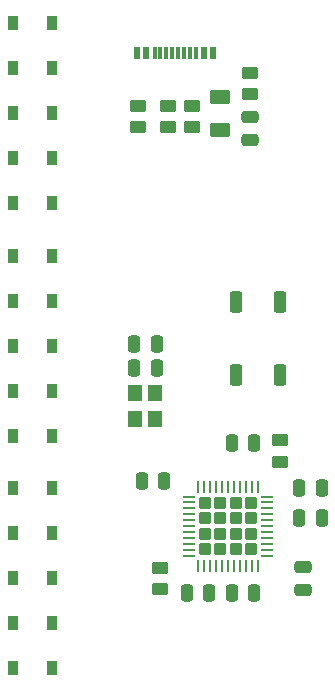
<source format=gtp>
%TF.GenerationSoftware,KiCad,Pcbnew,(6.0.7)*%
%TF.CreationDate,2023-02-20T15:38:16+01:00*%
%TF.ProjectId,Soundboard,536f756e-6462-46f6-9172-642e6b696361,rev?*%
%TF.SameCoordinates,Original*%
%TF.FileFunction,Paste,Top*%
%TF.FilePolarity,Positive*%
%FSLAX46Y46*%
G04 Gerber Fmt 4.6, Leading zero omitted, Abs format (unit mm)*
G04 Created by KiCad (PCBNEW (6.0.7)) date 2023-02-20 15:38:16*
%MOMM*%
%LPD*%
G01*
G04 APERTURE LIST*
G04 Aperture macros list*
%AMRoundRect*
0 Rectangle with rounded corners*
0 $1 Rounding radius*
0 $2 $3 $4 $5 $6 $7 $8 $9 X,Y pos of 4 corners*
0 Add a 4 corners polygon primitive as box body*
4,1,4,$2,$3,$4,$5,$6,$7,$8,$9,$2,$3,0*
0 Add four circle primitives for the rounded corners*
1,1,$1+$1,$2,$3*
1,1,$1+$1,$4,$5*
1,1,$1+$1,$6,$7*
1,1,$1+$1,$8,$9*
0 Add four rect primitives between the rounded corners*
20,1,$1+$1,$2,$3,$4,$5,0*
20,1,$1+$1,$4,$5,$6,$7,0*
20,1,$1+$1,$6,$7,$8,$9,0*
20,1,$1+$1,$8,$9,$2,$3,0*%
G04 Aperture macros list end*
%ADD10RoundRect,0.250000X-0.450000X0.262500X-0.450000X-0.262500X0.450000X-0.262500X0.450000X0.262500X0*%
%ADD11RoundRect,0.250000X0.475000X-0.250000X0.475000X0.250000X-0.475000X0.250000X-0.475000X-0.250000X0*%
%ADD12RoundRect,0.250000X-0.250000X-0.475000X0.250000X-0.475000X0.250000X0.475000X-0.250000X0.475000X0*%
%ADD13R,0.900000X1.200000*%
%ADD14RoundRect,0.250000X-0.625000X0.375000X-0.625000X-0.375000X0.625000X-0.375000X0.625000X0.375000X0*%
%ADD15RoundRect,0.275000X0.275000X-0.625000X0.275000X0.625000X-0.275000X0.625000X-0.275000X-0.625000X0*%
%ADD16RoundRect,0.250000X0.250000X0.475000X-0.250000X0.475000X-0.250000X-0.475000X0.250000X-0.475000X0*%
%ADD17RoundRect,0.250000X0.275000X0.275000X-0.275000X0.275000X-0.275000X-0.275000X0.275000X-0.275000X0*%
%ADD18RoundRect,0.062500X0.475000X0.062500X-0.475000X0.062500X-0.475000X-0.062500X0.475000X-0.062500X0*%
%ADD19RoundRect,0.062500X0.062500X0.475000X-0.062500X0.475000X-0.062500X-0.475000X0.062500X-0.475000X0*%
%ADD20RoundRect,0.250000X0.450000X-0.262500X0.450000X0.262500X-0.450000X0.262500X-0.450000X-0.262500X0*%
%ADD21R,0.540000X1.100000*%
%ADD22R,0.300000X1.100000*%
%ADD23R,1.200000X1.400000*%
G04 APERTURE END LIST*
D10*
%TO.C,R3*%
X142367000Y-34925000D03*
X142367000Y-36750000D03*
%TD*%
%TO.C,R6*%
X139700000Y-74017500D03*
X139700000Y-75842500D03*
%TD*%
D11*
%TO.C,C1*%
X147320000Y-37780000D03*
X147320000Y-35880000D03*
%TD*%
D12*
%TO.C,C9*%
X137480000Y-55118000D03*
X139380000Y-55118000D03*
%TD*%
D11*
%TO.C,C2*%
X151765000Y-75880000D03*
X151765000Y-73980000D03*
%TD*%
D12*
%TO.C,C5*%
X141925000Y-76200000D03*
X143825000Y-76200000D03*
%TD*%
D13*
%TO.C,D8*%
X130555000Y-55245000D03*
X127255000Y-55245000D03*
%TD*%
%TO.C,D9*%
X130555000Y-59055000D03*
X127255000Y-59055000D03*
%TD*%
%TO.C,D15*%
X130555000Y-82550000D03*
X127255000Y-82550000D03*
%TD*%
D14*
%TO.C,F1*%
X144780000Y-34160000D03*
X144780000Y-36960000D03*
%TD*%
D15*
%TO.C,SW_R1*%
X146105000Y-51510000D03*
X146105000Y-57710000D03*
X149805000Y-57710000D03*
X149805000Y-51510000D03*
%TD*%
D13*
%TO.C,D13*%
X130555000Y-74930000D03*
X127255000Y-74930000D03*
%TD*%
%TO.C,D4*%
X130555000Y-39370000D03*
X127255000Y-39370000D03*
%TD*%
D16*
%TO.C,C3*%
X147635000Y-63500000D03*
X145735000Y-63500000D03*
%TD*%
D17*
%TO.C,U1*%
X144780000Y-71150000D03*
X143480000Y-72450000D03*
X143480000Y-71150000D03*
X146080000Y-69850000D03*
X146080000Y-72450000D03*
X143480000Y-69850000D03*
X143480000Y-68550000D03*
X147380000Y-68550000D03*
X147380000Y-69850000D03*
X144780000Y-72450000D03*
X144780000Y-68550000D03*
X146080000Y-68550000D03*
X144780000Y-69850000D03*
X147380000Y-71150000D03*
X146080000Y-71150000D03*
X147380000Y-72450000D03*
D18*
X148767500Y-73000000D03*
X148767500Y-72500000D03*
X148767500Y-72000000D03*
X148767500Y-71500000D03*
X148767500Y-71000000D03*
X148767500Y-70500000D03*
X148767500Y-70000000D03*
X148767500Y-69500000D03*
X148767500Y-69000000D03*
X148767500Y-68500000D03*
X148767500Y-68000000D03*
D19*
X147930000Y-67162500D03*
X147430000Y-67162500D03*
X146930000Y-67162500D03*
X146430000Y-67162500D03*
X145930000Y-67162500D03*
X145430000Y-67162500D03*
X144930000Y-67162500D03*
X144430000Y-67162500D03*
X143930000Y-67162500D03*
X143430000Y-67162500D03*
X142930000Y-67162500D03*
D18*
X142092500Y-68000000D03*
X142092500Y-68500000D03*
X142092500Y-69000000D03*
X142092500Y-69500000D03*
X142092500Y-70000000D03*
X142092500Y-70500000D03*
X142092500Y-71000000D03*
X142092500Y-71500000D03*
X142092500Y-72000000D03*
X142092500Y-72500000D03*
X142092500Y-73000000D03*
D19*
X142930000Y-73837500D03*
X143430000Y-73837500D03*
X143930000Y-73837500D03*
X144430000Y-73837500D03*
X144930000Y-73837500D03*
X145430000Y-73837500D03*
X145930000Y-73837500D03*
X146430000Y-73837500D03*
X146930000Y-73837500D03*
X147430000Y-73837500D03*
X147930000Y-73837500D03*
%TD*%
D20*
%TO.C,R1*%
X137795000Y-36750000D03*
X137795000Y-34925000D03*
%TD*%
D13*
%TO.C,D11*%
X130555000Y-67310000D03*
X127255000Y-67310000D03*
%TD*%
%TO.C,D6*%
X130555000Y-47625000D03*
X127255000Y-47625000D03*
%TD*%
%TO.C,D12*%
X130555000Y-71120000D03*
X127255000Y-71120000D03*
%TD*%
D16*
%TO.C,C6*%
X140015000Y-66675000D03*
X138115000Y-66675000D03*
%TD*%
D13*
%TO.C,D14*%
X130555000Y-78740000D03*
X127255000Y-78740000D03*
%TD*%
%TO.C,D5*%
X130555000Y-43180000D03*
X127255000Y-43180000D03*
%TD*%
D16*
%TO.C,C8*%
X139380000Y-57150000D03*
X137480000Y-57150000D03*
%TD*%
D13*
%TO.C,D10*%
X130555000Y-62865000D03*
X127255000Y-62865000D03*
%TD*%
D21*
%TO.C,J1*%
X144160000Y-30472500D03*
X143410000Y-30472500D03*
D22*
X142210000Y-30472500D03*
X141210000Y-30472500D03*
X140710000Y-30472500D03*
X139710000Y-30472500D03*
D21*
X138510000Y-30472500D03*
X137760000Y-30472500D03*
X137760000Y-30472500D03*
X138510000Y-30472500D03*
D22*
X139210000Y-30472500D03*
X140210000Y-30472500D03*
X141710000Y-30472500D03*
X142710000Y-30472500D03*
D21*
X143410000Y-30472500D03*
X144160000Y-30472500D03*
%TD*%
D12*
%TO.C,C10*%
X151450000Y-69850000D03*
X153350000Y-69850000D03*
%TD*%
D16*
%TO.C,C7*%
X147635000Y-76200000D03*
X145735000Y-76200000D03*
%TD*%
D10*
%TO.C,R2*%
X140335000Y-34925000D03*
X140335000Y-36750000D03*
%TD*%
D13*
%TO.C,D1*%
X130555000Y-27940000D03*
X127255000Y-27940000D03*
%TD*%
D10*
%TO.C,R5*%
X149860000Y-63222500D03*
X149860000Y-65047500D03*
%TD*%
D13*
%TO.C,D2*%
X130555000Y-31750000D03*
X127255000Y-31750000D03*
%TD*%
D20*
%TO.C,R4*%
X147320000Y-33932500D03*
X147320000Y-32107500D03*
%TD*%
D13*
%TO.C,D3*%
X130555000Y-35560000D03*
X127255000Y-35560000D03*
%TD*%
D12*
%TO.C,C4*%
X151450000Y-67310000D03*
X153350000Y-67310000D03*
%TD*%
D13*
%TO.C,D7*%
X130555000Y-51435000D03*
X127255000Y-51435000D03*
%TD*%
D23*
%TO.C,Y1*%
X139280000Y-61425000D03*
X139280000Y-59225000D03*
X137580000Y-59225000D03*
X137580000Y-61425000D03*
%TD*%
M02*

</source>
